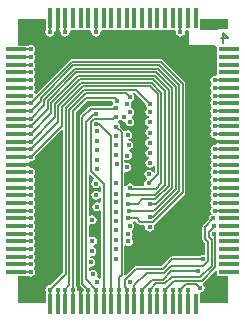
<source format=gbl>
G04*
G04 #@! TF.GenerationSoftware,Altium Limited,Altium Designer,21.7.2 (23)*
G04*
G04 Layer_Physical_Order=4*
G04 Layer_Color=16711680*
%FSAX44Y44*%
%MOMM*%
G71*
G04*
G04 #@! TF.SameCoordinates,8073F22B-F9D6-4515-8FA4-32CADCE011FE*
G04*
G04*
G04 #@! TF.FilePolarity,Positive*
G04*
G01*
G75*
%ADD12C,0.1500*%
%ADD19R,1.8000X0.3500*%
%ADD20R,0.3500X1.8000*%
%ADD21C,0.2000*%
%ADD22C,0.4500*%
G36*
X00920750Y00589997D02*
X00912252D01*
Y00589000D01*
X00898020Y00589000D01*
X00896750Y00590270D01*
Y00598500D01*
X00920750D01*
Y00589997D01*
D02*
G37*
G36*
X00777500Y00588500D02*
X00778374D01*
X00779180Y00587518D01*
X00779176Y00587500D01*
X00779467Y00586037D01*
X00780296Y00584796D01*
X00781537Y00583968D01*
X00783000Y00583677D01*
X00784463Y00583968D01*
X00785703Y00584796D01*
X00786532Y00586037D01*
X00786823Y00587500D01*
X00786777Y00587730D01*
X00787820Y00589000D01*
X00791480D01*
X00792750Y00589000D01*
Y00589000D01*
X00792750D01*
Y00589000D01*
X00797980D01*
X00799250Y00589000D01*
Y00589000D01*
X00799250D01*
Y00589000D01*
X00804180D01*
X00805222Y00587730D01*
X00805176Y00587500D01*
X00805467Y00586037D01*
X00806296Y00584796D01*
X00807537Y00583968D01*
X00809000Y00583677D01*
X00810463Y00583968D01*
X00811703Y00584796D01*
X00812532Y00586037D01*
X00812823Y00587500D01*
X00812777Y00587730D01*
X00813820Y00589000D01*
X00817480D01*
X00818750Y00589000D01*
Y00589000D01*
X00818750D01*
Y00589000D01*
X00823980D01*
X00825250Y00589000D01*
Y00589000D01*
X00825250D01*
Y00589000D01*
X00830480D01*
X00831750Y00589000D01*
Y00589000D01*
X00831750D01*
Y00589000D01*
X00836980D01*
X00838250Y00589000D01*
Y00589000D01*
X00838250D01*
Y00589000D01*
X00843480D01*
X00844750Y00589000D01*
Y00589000D01*
X00844750D01*
Y00589000D01*
X00849980D01*
X00851250Y00589000D01*
Y00589000D01*
X00851250D01*
Y00589000D01*
X00856480D01*
X00857750Y00589000D01*
Y00589000D01*
X00857750D01*
Y00589000D01*
X00862980D01*
X00864250Y00589000D01*
Y00589000D01*
X00864250D01*
Y00589000D01*
X00869480D01*
X00870750Y00589000D01*
Y00589000D01*
X00870750D01*
Y00589000D01*
X00875680D01*
X00876722Y00587730D01*
X00876676Y00587500D01*
X00876968Y00586037D01*
X00877796Y00584796D01*
X00879037Y00583968D01*
X00880500Y00583677D01*
X00881963Y00583968D01*
X00883204Y00584796D01*
X00884032Y00586037D01*
X00884323Y00587500D01*
X00884278Y00587730D01*
X00885320Y00589000D01*
X00886761D01*
X00888031Y00587730D01*
X00888031Y00576500D01*
X00910187Y00576500D01*
X00911250Y00575230D01*
Y00570770D01*
X00911250Y00569500D01*
X00911250D01*
Y00569500D01*
X00911250D01*
Y00564270D01*
X00911250Y00563000D01*
X00911250D01*
Y00563000D01*
X00911250D01*
Y00557770D01*
X00911250Y00556500D01*
X00911250D01*
Y00556500D01*
X00911250D01*
Y00551570D01*
X00909980Y00550528D01*
X00909750Y00550574D01*
X00908287Y00550283D01*
X00907046Y00549454D01*
X00906218Y00548214D01*
X00905927Y00546750D01*
X00906218Y00545287D01*
X00906846Y00544347D01*
X00906968Y00543500D01*
X00906846Y00542653D01*
X00906218Y00541713D01*
X00905927Y00540250D01*
X00906218Y00538787D01*
X00906846Y00537847D01*
X00906968Y00537000D01*
X00906846Y00536153D01*
X00906218Y00535213D01*
X00905927Y00533750D01*
X00906218Y00532287D01*
X00906846Y00531347D01*
X00906968Y00530500D01*
X00906846Y00529653D01*
X00906218Y00528713D01*
X00905927Y00527250D01*
X00906218Y00525787D01*
X00906846Y00524847D01*
X00906968Y00524000D01*
X00906846Y00523153D01*
X00906218Y00522213D01*
X00905927Y00520750D01*
X00906218Y00519287D01*
X00906846Y00518347D01*
X00906968Y00517500D01*
X00906846Y00516653D01*
X00906218Y00515713D01*
X00905927Y00514250D01*
X00906218Y00512787D01*
X00906846Y00511847D01*
X00906968Y00511000D01*
X00906846Y00510153D01*
X00906218Y00509213D01*
X00905927Y00507750D01*
X00906218Y00506287D01*
X00906846Y00505347D01*
X00906968Y00504500D01*
X00906846Y00503653D01*
X00906218Y00502713D01*
X00905927Y00501250D01*
X00906218Y00499787D01*
X00907046Y00498547D01*
X00908287Y00497718D01*
X00909750Y00497427D01*
X00909768Y00497430D01*
X00910750Y00496625D01*
Y00495750D01*
X00921750D01*
Y00493750D01*
X00910750D01*
Y00492876D01*
X00909768Y00492070D01*
X00909750Y00492074D01*
X00908287Y00491783D01*
X00907046Y00490954D01*
X00906218Y00489713D01*
X00905927Y00488250D01*
X00906218Y00486787D01*
X00906846Y00485847D01*
X00906968Y00485000D01*
X00906846Y00484153D01*
X00906218Y00483213D01*
X00905927Y00481750D01*
X00906218Y00480287D01*
X00906846Y00479347D01*
X00906968Y00478500D01*
X00906846Y00477653D01*
X00906218Y00476713D01*
X00905927Y00475250D01*
X00906218Y00473787D01*
X00906846Y00472847D01*
X00906968Y00472000D01*
X00906846Y00471153D01*
X00906218Y00470213D01*
X00905927Y00468750D01*
X00906218Y00467287D01*
X00906846Y00466347D01*
X00906968Y00465500D01*
X00906846Y00464653D01*
X00906218Y00463713D01*
X00905927Y00462250D01*
X00906218Y00460787D01*
X00906846Y00459847D01*
X00906968Y00459000D01*
X00906846Y00458153D01*
X00906218Y00457213D01*
X00905927Y00455750D01*
X00906218Y00454287D01*
X00906846Y00453347D01*
X00906968Y00452500D01*
X00906846Y00451653D01*
X00906218Y00450713D01*
X00905927Y00449250D01*
X00906218Y00447787D01*
X00906846Y00446847D01*
X00906968Y00446000D01*
X00906846Y00445153D01*
X00906218Y00444213D01*
X00905927Y00442750D01*
X00906218Y00441287D01*
X00906846Y00440347D01*
X00906968Y00439500D01*
X00906846Y00438653D01*
X00906218Y00437713D01*
X00905927Y00436250D01*
X00906218Y00434787D01*
X00906514Y00434344D01*
X00906952Y00433455D01*
X00906190Y00432716D01*
X00905796Y00432454D01*
X00904968Y00431213D01*
X00904677Y00429750D01*
X00904773Y00429267D01*
X00899862Y00424356D01*
X00899364Y00423612D01*
X00899190Y00422734D01*
Y00412266D01*
X00899364Y00411388D01*
X00899862Y00410644D01*
X00901678Y00408828D01*
Y00399797D01*
X00900408Y00398879D01*
X00899702Y00399020D01*
X00898239Y00398729D01*
X00896998Y00397900D01*
X00896724Y00397490D01*
X00873664D01*
X00872786Y00397316D01*
X00872042Y00396818D01*
X00864518Y00389294D01*
X00842750D01*
X00841872Y00389119D01*
X00841128Y00388622D01*
X00834304Y00381798D01*
X00833890Y00381872D01*
X00833064Y00382354D01*
Y00406531D01*
X00834334Y00407187D01*
X00835037Y00406718D01*
X00836500Y00406427D01*
X00837963Y00406718D01*
X00839204Y00407546D01*
X00840032Y00408787D01*
X00840323Y00410250D01*
X00840032Y00411713D01*
X00839558Y00412423D01*
X00839222Y00413048D01*
X00839463Y00414308D01*
X00839782Y00414787D01*
X00840073Y00416250D01*
X00839782Y00417713D01*
X00839150Y00418660D01*
X00839190Y00419499D01*
X00839467Y00420138D01*
X00840454Y00420797D01*
X00841282Y00422037D01*
X00841573Y00423500D01*
X00841282Y00424963D01*
X00840454Y00426204D01*
X00840869Y00427453D01*
X00842414D01*
X00844762Y00425106D01*
X00845506Y00424608D01*
X00846384Y00424434D01*
X00850041D01*
X00850860Y00423164D01*
X00850678Y00422247D01*
X00850969Y00420784D01*
X00851797Y00419544D01*
X00853038Y00418715D01*
X00854501Y00418424D01*
X00855964Y00418715D01*
X00857205Y00419544D01*
X00858034Y00420784D01*
X00858325Y00422247D01*
X00858034Y00423710D01*
X00858683Y00425024D01*
X00858805Y00425106D01*
X00884122Y00450422D01*
X00884619Y00451166D01*
X00884794Y00452044D01*
Y00543691D01*
X00884794Y00543691D01*
X00884619Y00544569D01*
X00884122Y00545313D01*
X00884122Y00545313D01*
X00865313Y00564122D01*
X00864569Y00564619D01*
X00863691Y00564794D01*
X00789037D01*
X00788159Y00564619D01*
X00787415Y00564122D01*
X00787239Y00563946D01*
X00787128Y00563872D01*
X00758477Y00535221D01*
X00757038Y00535578D01*
X00756654Y00536153D01*
X00756532Y00537000D01*
X00756654Y00537847D01*
X00757282Y00538787D01*
X00757573Y00540250D01*
X00757282Y00541713D01*
X00756654Y00542653D01*
X00756532Y00543500D01*
X00756654Y00544347D01*
X00757282Y00545287D01*
X00757573Y00546750D01*
X00757282Y00548213D01*
X00756654Y00549153D01*
X00756532Y00550000D01*
X00756654Y00550847D01*
X00757282Y00551787D01*
X00757573Y00553250D01*
X00757282Y00554713D01*
X00756654Y00555653D01*
X00756532Y00556500D01*
X00756654Y00557347D01*
X00757282Y00558287D01*
X00757573Y00559750D01*
X00757282Y00561213D01*
X00756654Y00562153D01*
X00756532Y00563000D01*
X00756654Y00563847D01*
X00757282Y00564787D01*
X00757573Y00566250D01*
X00757282Y00567713D01*
X00756654Y00568653D01*
X00756532Y00569500D01*
X00756654Y00570347D01*
X00757282Y00571287D01*
X00757573Y00572750D01*
X00757282Y00574213D01*
X00756454Y00575454D01*
X00755213Y00576282D01*
X00753750Y00576573D01*
X00752287Y00576282D01*
X00751864Y00576000D01*
X00742750D01*
Y00598500D01*
X00766750D01*
Y00589386D01*
X00766467Y00588963D01*
X00766176Y00587500D01*
X00766467Y00586037D01*
X00767296Y00584796D01*
X00768537Y00583968D01*
X00770000Y00583677D01*
X00771463Y00583968D01*
X00772703Y00584796D01*
X00773532Y00586037D01*
X00773823Y00587500D01*
X00773820Y00587518D01*
X00774625Y00588500D01*
X00775500D01*
Y00599500D01*
X00777500D01*
Y00588500D01*
D02*
G37*
G36*
X00850919Y00527129D02*
X00850823Y00526646D01*
X00851114Y00525183D01*
X00851943Y00523942D01*
X00852066Y00523860D01*
Y00522590D01*
X00851943Y00522507D01*
X00851114Y00521267D01*
X00850823Y00519804D01*
X00851114Y00518341D01*
X00851943Y00517100D01*
X00853183Y00516271D01*
X00853944Y00516120D01*
Y00514825D01*
X00853021Y00514641D01*
X00851781Y00513813D01*
X00850952Y00512572D01*
X00850661Y00511109D01*
X00850952Y00509646D01*
X00851781Y00508405D01*
X00853021Y00507577D01*
X00854136Y00507355D01*
Y00506060D01*
X00853190Y00505872D01*
X00851950Y00505043D01*
X00851121Y00503803D01*
X00850830Y00502340D01*
X00851121Y00500877D01*
X00851950Y00499636D01*
X00853190Y00498807D01*
X00853690Y00498708D01*
Y00497413D01*
X00853038Y00497283D01*
X00851797Y00496454D01*
X00850969Y00495214D01*
X00850678Y00493751D01*
X00850969Y00492288D01*
X00851797Y00491047D01*
X00853038Y00490218D01*
X00853544Y00490118D01*
Y00488823D01*
X00853087Y00488732D01*
X00851847Y00487903D01*
X00851018Y00486663D01*
X00850727Y00485200D01*
X00851018Y00483736D01*
X00851847Y00482496D01*
X00853087Y00481667D01*
X00853738Y00481538D01*
Y00480243D01*
X00853250Y00480146D01*
X00852010Y00479317D01*
X00851181Y00478077D01*
X00850890Y00476614D01*
X00851181Y00475150D01*
X00852010Y00473910D01*
X00853250Y00473081D01*
X00854713Y00472790D01*
X00856176Y00473081D01*
X00857417Y00473910D01*
X00857936Y00474687D01*
X00859206Y00474302D01*
Y00468994D01*
X00858657Y00468563D01*
X00857338Y00468947D01*
X00857223Y00469053D01*
X00856454Y00470204D01*
X00855213Y00471032D01*
X00853750Y00471323D01*
X00852287Y00471032D01*
X00851046Y00470204D01*
X00850218Y00468963D01*
X00849927Y00467500D01*
X00850218Y00466037D01*
X00851046Y00464796D01*
X00851931Y00464206D01*
X00851986Y00464024D01*
Y00462976D01*
X00851931Y00462794D01*
X00851046Y00462203D01*
X00850218Y00460963D01*
X00849927Y00459500D01*
X00850127Y00458490D01*
X00849352Y00457220D01*
X00841111D01*
X00840454Y00458204D01*
X00839213Y00459032D01*
X00837750Y00459323D01*
X00836287Y00459032D01*
X00835046Y00458204D01*
X00834334Y00457137D01*
X00833630Y00457159D01*
X00833064Y00457348D01*
Y00468540D01*
X00834334Y00469359D01*
X00835250Y00469177D01*
X00836713Y00469468D01*
X00837954Y00470296D01*
X00838782Y00471537D01*
X00839073Y00473000D01*
X00838782Y00474463D01*
X00837954Y00475704D01*
X00836713Y00476532D01*
X00835250Y00476823D01*
X00834334Y00476641D01*
X00833064Y00477461D01*
Y00478843D01*
X00834039Y00479364D01*
X00834334Y00479386D01*
X00835700Y00479115D01*
X00837163Y00479406D01*
X00838404Y00480235D01*
X00839232Y00481475D01*
X00839523Y00482938D01*
X00839232Y00484401D01*
X00838404Y00485642D01*
X00837163Y00486471D01*
X00836879Y00486527D01*
Y00487822D01*
X00838087Y00488062D01*
X00839328Y00488891D01*
X00840156Y00490132D01*
X00840447Y00491595D01*
X00840156Y00493058D01*
X00839328Y00494298D01*
X00838087Y00495127D01*
X00836624Y00495418D01*
X00836502Y00496639D01*
X00837526Y00496842D01*
X00838766Y00497671D01*
X00839595Y00498912D01*
X00839886Y00500375D01*
X00839595Y00501838D01*
X00838766Y00503078D01*
X00837526Y00503907D01*
X00836063Y00504198D01*
X00834600Y00503907D01*
X00834136Y00503598D01*
X00833956Y00503563D01*
X00832512Y00503923D01*
X00832512Y00503923D01*
X00832392Y00504102D01*
X00829477Y00507017D01*
X00829573Y00507500D01*
X00829282Y00508963D01*
X00828454Y00510203D01*
X00827569Y00510794D01*
X00827514Y00510975D01*
Y00512024D01*
X00827569Y00512206D01*
X00828454Y00512796D01*
X00828612Y00513033D01*
X00830139D01*
X00830296Y00512798D01*
X00831537Y00511969D01*
X00833000Y00511678D01*
X00833004Y00511679D01*
X00833927Y00511500D01*
X00834218Y00510037D01*
X00835046Y00508796D01*
X00836287Y00507967D01*
X00837750Y00507676D01*
X00839213Y00507967D01*
X00840454Y00508796D01*
X00841282Y00510037D01*
X00841573Y00511500D01*
X00841282Y00512963D01*
X00840454Y00514203D01*
X00839569Y00514794D01*
X00839514Y00514975D01*
Y00516024D01*
X00839569Y00516205D01*
X00840454Y00516796D01*
X00841282Y00518037D01*
X00841573Y00519500D01*
X00841282Y00520963D01*
X00840454Y00522203D01*
X00839213Y00523032D01*
X00838926Y00523089D01*
X00838341Y00524501D01*
X00838532Y00524787D01*
X00838823Y00526250D01*
X00838532Y00527713D01*
X00839256Y00528916D01*
X00840204Y00529549D01*
X00841033Y00530789D01*
X00841324Y00532253D01*
X00841033Y00533716D01*
X00840204Y00534956D01*
X00840619Y00536206D01*
X00841842D01*
X00850919Y00527129D01*
D02*
G37*
G36*
X00781206Y00504302D02*
Y00383950D01*
X00770483Y00373227D01*
X00770000Y00373323D01*
X00768537Y00373032D01*
X00767296Y00372203D01*
X00766468Y00370963D01*
X00766177Y00369500D01*
X00766468Y00368037D01*
X00766750Y00367614D01*
Y00358500D01*
X00742750D01*
Y00381000D01*
X00751864D01*
X00752287Y00380717D01*
X00753750Y00380426D01*
X00755213Y00380717D01*
X00756454Y00381546D01*
X00757282Y00382786D01*
X00757573Y00384250D01*
X00757282Y00385713D01*
X00756654Y00386653D01*
X00756532Y00387500D01*
X00756654Y00388346D01*
X00757282Y00389286D01*
X00757573Y00390750D01*
X00757282Y00392213D01*
X00756654Y00393153D01*
X00756532Y00394000D01*
X00756654Y00394846D01*
X00757282Y00395787D01*
X00757573Y00397250D01*
X00757282Y00398713D01*
X00756654Y00399653D01*
X00756532Y00400500D01*
X00756654Y00401347D01*
X00757282Y00402286D01*
X00757573Y00403750D01*
X00757282Y00405213D01*
X00756654Y00406153D01*
X00756532Y00407000D01*
X00756654Y00407846D01*
X00757282Y00408787D01*
X00757573Y00410250D01*
X00757282Y00411713D01*
X00756654Y00412653D01*
X00756532Y00413500D01*
X00756654Y00414347D01*
X00757282Y00415286D01*
X00757573Y00416750D01*
X00757282Y00418213D01*
X00756654Y00419153D01*
X00756532Y00420000D01*
X00756654Y00420847D01*
X00757282Y00421786D01*
X00757573Y00423250D01*
X00757282Y00424713D01*
X00756654Y00425653D01*
X00756532Y00426500D01*
X00756654Y00427347D01*
X00757282Y00428287D01*
X00757573Y00429750D01*
X00757282Y00431213D01*
X00756654Y00432153D01*
X00756532Y00433000D01*
X00756654Y00433847D01*
X00757282Y00434787D01*
X00757573Y00436250D01*
X00757282Y00437713D01*
X00756654Y00438653D01*
X00756532Y00439500D01*
X00756654Y00440347D01*
X00757282Y00441287D01*
X00757573Y00442750D01*
X00757282Y00444213D01*
X00756654Y00445153D01*
X00756532Y00446000D01*
X00756654Y00446847D01*
X00757282Y00447787D01*
X00757573Y00449250D01*
X00757282Y00450713D01*
X00756654Y00451653D01*
X00756532Y00452500D01*
X00756654Y00453347D01*
X00757282Y00454287D01*
X00757573Y00455750D01*
X00757282Y00457213D01*
X00756654Y00458153D01*
X00756532Y00459000D01*
X00756654Y00459847D01*
X00757282Y00460787D01*
X00757573Y00462250D01*
X00757282Y00463713D01*
X00756654Y00464653D01*
X00756532Y00465500D01*
X00756654Y00466347D01*
X00757282Y00467287D01*
X00757573Y00468750D01*
X00757282Y00470213D01*
X00756454Y00471453D01*
X00755213Y00472282D01*
X00753750Y00472573D01*
X00753732Y00472570D01*
X00752750Y00473375D01*
Y00474250D01*
X00741750D01*
Y00476250D01*
X00752750D01*
Y00477124D01*
X00753732Y00477930D01*
X00753750Y00477926D01*
X00755213Y00478217D01*
X00756454Y00479046D01*
X00757282Y00480287D01*
X00757573Y00481750D01*
X00757477Y00482233D01*
X00780033Y00504788D01*
X00781206Y00504302D01*
D02*
G37*
G36*
X00807143Y00463900D02*
X00806894Y00462352D01*
X00806295Y00461953D01*
X00805467Y00460712D01*
X00805175Y00459249D01*
X00805467Y00457786D01*
X00806295Y00456545D01*
X00807536Y00455717D01*
X00808999Y00455426D01*
X00810462Y00455717D01*
X00811702Y00456545D01*
X00811936Y00456895D01*
X00813206Y00456510D01*
Y00452241D01*
X00811936Y00451856D01*
X00811704Y00452204D01*
X00810463Y00453032D01*
X00809000Y00453323D01*
X00807537Y00453032D01*
X00806296Y00452204D01*
X00805468Y00450963D01*
X00805177Y00449500D01*
X00805468Y00448037D01*
X00806296Y00446796D01*
X00807537Y00445968D01*
X00809000Y00445677D01*
X00810463Y00445968D01*
X00811704Y00446796D01*
X00811936Y00447144D01*
X00813206Y00446759D01*
Y00443189D01*
X00811936Y00442549D01*
X00811213Y00443032D01*
X00809750Y00443323D01*
X00808287Y00443032D01*
X00807046Y00442204D01*
X00806218Y00440963D01*
X00805927Y00439500D01*
X00806218Y00438037D01*
X00807046Y00436796D01*
X00808287Y00435968D01*
X00809750Y00435677D01*
X00811213Y00435968D01*
X00811936Y00436451D01*
X00813206Y00435811D01*
Y00379189D01*
X00811936Y00378549D01*
X00811213Y00379033D01*
X00810705Y00379134D01*
X00810121Y00380545D01*
X00810282Y00380787D01*
X00810573Y00382250D01*
X00810282Y00383713D01*
X00809454Y00384954D01*
X00808213Y00385782D01*
X00806750Y00386073D01*
X00805287Y00385782D01*
X00804046Y00384954D01*
X00804044Y00384950D01*
X00802774Y00385335D01*
Y00387931D01*
X00804044Y00388849D01*
X00804750Y00388709D01*
X00806213Y00389000D01*
X00807454Y00389829D01*
X00808282Y00391069D01*
X00808573Y00392532D01*
X00808282Y00393995D01*
X00807454Y00395236D01*
X00806213Y00396065D01*
X00804750Y00396356D01*
X00803784Y00397224D01*
X00804921Y00398048D01*
X00805532Y00397926D01*
X00806995Y00398218D01*
X00808236Y00399046D01*
X00809065Y00400287D01*
X00809356Y00401750D01*
X00809065Y00403213D01*
X00808236Y00404454D01*
X00806995Y00405282D01*
X00806256Y00405429D01*
Y00406724D01*
X00807462Y00406964D01*
X00808702Y00407793D01*
X00809531Y00409034D01*
X00809822Y00410497D01*
X00809531Y00411960D01*
X00808702Y00413200D01*
X00807462Y00414029D01*
X00805999Y00414320D01*
X00804536Y00414029D01*
X00804044Y00413701D01*
X00802774Y00414380D01*
Y00424448D01*
X00804044Y00425126D01*
X00804286Y00424965D01*
X00805749Y00424674D01*
X00807212Y00424965D01*
X00808452Y00425794D01*
X00809281Y00427034D01*
X00809572Y00428498D01*
X00809281Y00429961D01*
X00808452Y00431201D01*
X00807212Y00432030D01*
X00805749Y00432321D01*
X00804286Y00432030D01*
X00804044Y00431869D01*
X00802774Y00432547D01*
Y00466472D01*
X00804044Y00466998D01*
X00807143Y00463900D01*
D02*
G37*
G36*
X00911250Y00384846D02*
Y00381000D01*
X00920750D01*
Y00358500D01*
X00896750D01*
Y00366516D01*
X00897250Y00366926D01*
X00898713Y00367218D01*
X00899954Y00368046D01*
X00900782Y00369287D01*
X00901073Y00370750D01*
X00900782Y00372213D01*
X00899954Y00373454D01*
X00899654Y00373654D01*
X00899586Y00373954D01*
X00899741Y00375123D01*
X00900122Y00375378D01*
X00910077Y00385332D01*
X00911250Y00384846D01*
D02*
G37*
G36*
X00823646Y00527754D02*
X00823302Y00526374D01*
X00823046Y00526203D01*
X00822218Y00524963D01*
X00822193Y00524839D01*
X00804545D01*
X00803667Y00524664D01*
X00802923Y00524167D01*
X00795858Y00517102D01*
X00795361Y00516358D01*
X00795186Y00515480D01*
Y00374520D01*
X00795361Y00373642D01*
X00795858Y00372898D01*
X00798773Y00369983D01*
X00798677Y00369500D01*
X00798680Y00369482D01*
X00797875Y00368500D01*
X00797000D01*
Y00357500D01*
X00795000D01*
Y00368500D01*
X00794126D01*
X00793320Y00369482D01*
X00793324Y00369500D01*
X00793032Y00370963D01*
X00792204Y00372203D01*
X00791794Y00372477D01*
Y00519314D01*
X00801456Y00528976D01*
X00822951D01*
X00823646Y00527754D01*
D02*
G37*
D12*
X00894000Y00374000D02*
X00897250Y00370750D01*
X00885000Y00374000D02*
X00894000D01*
X00867642Y00374750D02*
X00873085Y00380193D01*
X00867500Y00369500D02*
X00875000Y00377000D01*
X00873085Y00380193D02*
X00897450D01*
X00898500Y00377000D02*
X00909972Y00388472D01*
X00897450Y00380193D02*
X00906972Y00389714D01*
X00875000Y00377000D02*
X00898500D01*
X00909972Y00388472D02*
Y00415368D01*
X00906972Y00389714D02*
Y00411778D01*
X00865533Y00377750D02*
X00872763Y00384980D01*
X00895750D01*
X00866606Y00383500D02*
X00872356Y00389250D01*
X00899794D01*
X00903972Y00393428D01*
X00835782Y00449626D02*
X00858868D01*
X00844533Y00442283D02*
X00848020Y00445770D01*
X00859255D01*
X00870500Y00457015D01*
X00858868Y00449626D02*
X00867500Y00458257D01*
X00836094Y00442283D02*
X00844533D01*
X00854646Y00526646D02*
Y00526646D01*
X00798993Y00538500D02*
X00842792D01*
X00854646Y00526646D01*
X00843364Y00429748D02*
X00846384Y00426728D01*
X00854474D01*
X00836000Y00429748D02*
X00843364D01*
X00836000Y00429748D02*
X00836000Y00429748D01*
X00859750Y00374750D02*
X00867642D01*
X00856250Y00377750D02*
X00865533D01*
X00852093Y00383500D02*
X00866606D01*
X00842750Y00387000D02*
X00865468D01*
X00873664Y00395196D02*
X00899702D01*
X00865468Y00387000D02*
X00873664Y00395196D01*
X00880500Y00369500D02*
X00885000Y00374000D01*
X00903972Y00393428D02*
Y00409778D01*
X00901484Y00412266D02*
X00903972Y00409778D01*
X00901484Y00412266D02*
Y00422734D01*
X00904484Y00414266D02*
X00906972Y00411778D01*
X00909000Y00416340D02*
X00909972Y00415368D01*
X00861500Y00467250D02*
Y00534993D01*
X00853750Y00459500D02*
X00861500Y00467250D01*
X00837750Y00455500D02*
X00838324Y00454926D01*
X00859926D02*
X00864500Y00459500D01*
X00838324Y00454926D02*
X00859926D01*
X00837500Y00532253D02*
Y00532253D01*
X00834253Y00535500D02*
X00837500Y00532253D01*
X00800235Y00535500D02*
X00834253D01*
X00859200Y00437230D02*
X00859201D01*
X00836750Y00435748D02*
X00857718D01*
X00859200Y00437230D01*
X00859201D02*
X00876500Y00454529D01*
X00857211Y00430998D02*
X00860443Y00434230D01*
X00854501Y00430998D02*
X00857211D01*
X00860443Y00434230D02*
X00860443D01*
X00879500Y00453287D01*
X00863958Y00446230D02*
X00863958D01*
X00859802Y00442074D02*
X00863958Y00446230D01*
X00855324Y00442074D02*
X00859802D01*
X00854474Y00426728D02*
X00857183D01*
X00873500Y00455772D02*
Y00539963D01*
X00879500Y00453287D02*
Y00542448D01*
X00870500Y00457015D02*
Y00538720D01*
X00876500Y00454529D02*
Y00541206D01*
X00867500Y00458257D02*
Y00537478D01*
X00854750Y00441500D02*
X00855324Y00442074D01*
X00863958Y00446230D02*
X00873500Y00455772D01*
X00854474Y00426728D02*
X00854474Y00426728D01*
X00857183D02*
X00882500Y00452044D01*
Y00543691D01*
X00864500Y00459500D02*
Y00536235D01*
X00830770Y00382020D02*
Y00502480D01*
X00800480Y00378020D02*
Y00511264D01*
X00797480Y00374520D02*
Y00515480D01*
X00804729Y00469558D02*
Y00511270D01*
X00825750Y00507500D02*
X00830770Y00502480D01*
X00828500Y00379750D02*
X00830770Y00382020D01*
X00821426Y00370074D02*
Y00499824D01*
X00813750Y00507500D02*
X00821426Y00499824D01*
X00811748Y00509501D02*
X00813750Y00507500D01*
X00821426Y00370074D02*
X00822000Y00369500D01*
X00808999Y00509501D02*
X00811748D01*
X00797750Y00541500D02*
X00854993D01*
X00796507Y00544500D02*
X00856235D01*
X00795250Y00547500D02*
X00857478D01*
X00794007Y00550500D02*
X00858720D01*
X00792765Y00553500D02*
X00859963D01*
X00791522Y00556500D02*
X00861206D01*
X00790280Y00559500D02*
X00862448D01*
X00789037Y00562500D02*
X00863691D01*
X00828500Y00369500D02*
Y00379750D01*
X00825100Y00515500D02*
X00825750D01*
X00863691Y00562500D02*
X00882500Y00543691D01*
X00862448Y00559500D02*
X00879500Y00542448D01*
X00861206Y00556500D02*
X00876500Y00541206D01*
X00859963Y00553500D02*
X00873500Y00539963D01*
X00858720Y00550500D02*
X00870500Y00538720D01*
X00857478Y00547500D02*
X00867500Y00537478D01*
X00856235Y00544500D02*
X00864500Y00536235D01*
X00854993Y00541500D02*
X00861500Y00534993D01*
X00904484Y00414266D02*
Y00417862D01*
X00833480Y00377730D02*
X00842750Y00387000D01*
X00833480Y00371832D02*
Y00377730D01*
X00841500Y00372907D02*
X00852093Y00383500D01*
X00841500Y00369500D02*
Y00372907D01*
X00848000Y00369500D02*
X00856250Y00377750D01*
X00854500Y00369500D02*
X00859750Y00374750D01*
X00904484Y00417862D02*
X00908754Y00422132D01*
X00901484Y00422734D02*
X00908500Y00429750D01*
X00825482Y00531270D02*
X00827250Y00529502D01*
X00800505Y00531270D02*
X00825482D01*
X00789500Y00520265D02*
X00800505Y00531270D01*
X00797480Y00515480D02*
X00804545Y00522545D01*
X00823166D02*
X00823547Y00522926D01*
X00804545Y00522545D02*
X00823166D01*
X00825176Y00522926D02*
X00825750Y00523500D01*
X00823547Y00522926D02*
X00825176D01*
X00807468Y00518252D02*
X00808999D01*
X00800480Y00511264D02*
X00807468Y00518252D01*
X00807230Y00513772D02*
X00823371D01*
X00804729Y00511270D02*
X00807230Y00513772D01*
X00823371D02*
X00825100Y00515500D01*
X00804729Y00469558D02*
X00815500Y00458787D01*
X00783500Y00523007D02*
X00798993Y00538500D01*
X00797500Y00541250D02*
X00797750Y00541500D01*
X00797485Y00541250D02*
X00797500D01*
X00780250Y00524015D02*
X00797485Y00541250D01*
X00796257Y00544250D02*
X00796507Y00544500D01*
X00796243Y00544250D02*
X00796257D01*
X00777250Y00525257D02*
X00796243Y00544250D01*
X00774250Y00526500D02*
X00795250Y00547500D01*
X00793750Y00550243D02*
X00794007Y00550500D01*
X00793713Y00550243D02*
X00793750D01*
X00771250Y00527779D02*
X00793713Y00550243D01*
X00792508Y00553243D02*
X00792765Y00553500D01*
X00792471Y00553243D02*
X00792508D01*
X00768250Y00529022D02*
X00792471Y00553243D01*
X00791265Y00556243D02*
X00791522Y00556500D01*
X00791228Y00556243D02*
X00791265D01*
X00765250Y00530265D02*
X00791228Y00556243D01*
X00790030Y00559250D02*
X00790280Y00559500D01*
X00789993Y00559250D02*
X00790030D01*
X00762250Y00531507D02*
X00789993Y00559250D01*
X00788787Y00562250D02*
X00789037Y00562500D01*
X00788750Y00562250D02*
X00788787D01*
X00753750Y00527250D02*
X00788750Y00562250D01*
X00753750Y00507750D02*
X00768250Y00522250D01*
X00753750Y00514250D02*
X00765250Y00525750D01*
X00753750Y00520750D02*
X00762250Y00529250D01*
X00753750Y00501250D02*
X00771250Y00518750D01*
X00753750Y00494750D02*
X00774250Y00515250D01*
X00771250Y00518750D02*
Y00527779D01*
X00786500Y00521765D02*
X00800235Y00535500D01*
X00768250Y00522250D02*
Y00529022D01*
X00765250Y00525750D02*
Y00530265D01*
X00762250Y00529250D02*
Y00531507D01*
X00815500Y00369500D02*
Y00458787D01*
X00797480Y00374520D02*
X00802500Y00369500D01*
X00800480Y00378020D02*
X00809000Y00369500D01*
X00833480Y00371832D02*
X00835000Y00370312D01*
X00908754Y00422132D02*
Y00422997D01*
X00786500Y00373000D02*
Y00521765D01*
X00783500Y00383000D02*
Y00523007D01*
X00789500Y00369500D02*
Y00520265D01*
X00780250Y00508250D02*
Y00524015D01*
X00753750Y00481750D02*
X00780250Y00508250D01*
X00774250Y00515250D02*
Y00526500D01*
X00777250Y00511750D02*
Y00525257D01*
X00753750Y00488250D02*
X00777250Y00511750D01*
X00770000Y00369500D02*
X00783500Y00383000D01*
X00783000Y00369500D02*
X00786500Y00373000D01*
X00796000Y00369500D02*
X00796000Y00369500D01*
X00835000D02*
Y00370312D01*
X00916751Y00578000D02*
Y00586997D01*
X00921250Y00582499D01*
X00915252D01*
D19*
X00741750Y00540250D02*
D03*
Y00520750D02*
D03*
Y00527250D02*
D03*
Y00507750D02*
D03*
Y00514250D02*
D03*
Y00494750D02*
D03*
Y00501250D02*
D03*
Y00481750D02*
D03*
Y00488250D02*
D03*
Y00397250D02*
D03*
Y00390750D02*
D03*
Y00410250D02*
D03*
Y00403750D02*
D03*
Y00423250D02*
D03*
Y00416750D02*
D03*
Y00436250D02*
D03*
Y00429750D02*
D03*
Y00449250D02*
D03*
Y00442750D02*
D03*
Y00462250D02*
D03*
Y00455750D02*
D03*
Y00468750D02*
D03*
Y00475250D02*
D03*
Y00384250D02*
D03*
Y00566250D02*
D03*
Y00572750D02*
D03*
Y00559750D02*
D03*
Y00546750D02*
D03*
Y00553250D02*
D03*
Y00533750D02*
D03*
X00921750Y00572750D02*
D03*
Y00481750D02*
D03*
Y00488250D02*
D03*
Y00501250D02*
D03*
Y00494750D02*
D03*
Y00514250D02*
D03*
Y00507750D02*
D03*
Y00527250D02*
D03*
Y00520750D02*
D03*
Y00540250D02*
D03*
Y00533750D02*
D03*
Y00553250D02*
D03*
Y00546750D02*
D03*
Y00566250D02*
D03*
Y00559750D02*
D03*
Y00468750D02*
D03*
Y00475250D02*
D03*
Y00455750D02*
D03*
Y00462250D02*
D03*
Y00442750D02*
D03*
Y00449250D02*
D03*
Y00429750D02*
D03*
Y00436250D02*
D03*
Y00416750D02*
D03*
Y00423250D02*
D03*
Y00403750D02*
D03*
Y00410250D02*
D03*
Y00397250D02*
D03*
Y00384250D02*
D03*
Y00390750D02*
D03*
D20*
X00867500Y00357500D02*
D03*
X00874000D02*
D03*
X00887000D02*
D03*
X00880500D02*
D03*
X00893500D02*
D03*
X00854500D02*
D03*
X00861000D02*
D03*
X00841500D02*
D03*
X00848000D02*
D03*
X00828500D02*
D03*
X00835000D02*
D03*
X00815500D02*
D03*
X00822000D02*
D03*
X00802500D02*
D03*
X00809000D02*
D03*
X00789500D02*
D03*
X00796000D02*
D03*
X00783000D02*
D03*
X00770000D02*
D03*
X00776500D02*
D03*
X00887000Y00599500D02*
D03*
X00893500D02*
D03*
X00880500D02*
D03*
X00867500D02*
D03*
X00874000D02*
D03*
X00854500D02*
D03*
X00861000D02*
D03*
X00841500D02*
D03*
X00848000D02*
D03*
X00828500D02*
D03*
X00835000D02*
D03*
X00815500D02*
D03*
X00822000D02*
D03*
X00802500D02*
D03*
X00809000D02*
D03*
X00770000D02*
D03*
X00783000D02*
D03*
X00776500D02*
D03*
X00789500D02*
D03*
X00796000D02*
D03*
D21*
X00909750Y00546750D02*
X00921750D01*
X00809000Y00587500D02*
Y00599500D01*
X00741750Y00546750D02*
X00753750D01*
X00741750Y00527250D02*
X00753750D01*
X00741750Y00507750D02*
X00753750D01*
X00741750Y00533750D02*
X00753750D01*
X00741750Y00540250D02*
X00753750D01*
X00741750Y00514250D02*
X00753750D01*
X00741750Y00520750D02*
X00753750D01*
X00741750Y00501250D02*
X00753750D01*
X00741750Y00494750D02*
X00753750D01*
X00861000Y00357500D02*
Y00369500D01*
X00874000Y00357500D02*
Y00369500D01*
X00880500Y00587500D02*
Y00599500D01*
X00789500Y00357500D02*
Y00369500D01*
X00741750Y00488250D02*
X00753750D01*
X00741750Y00481750D02*
X00753750D01*
X00854500Y00357500D02*
Y00369500D01*
X00867500Y00357500D02*
Y00369500D01*
X00835000Y00357500D02*
Y00369500D01*
X00880500Y00357500D02*
Y00369500D01*
X00741750Y00468750D02*
X00753750D01*
X00741750Y00462250D02*
X00753750D01*
X00741750Y00455750D02*
X00753750D01*
X00741750Y00449250D02*
X00753750D01*
X00741750Y00442750D02*
X00753750D01*
X00741750Y00436250D02*
X00753750D01*
X00741750Y00429750D02*
X00753750D01*
X00741750Y00423250D02*
X00753750D01*
X00741750Y00416750D02*
X00753750D01*
X00741750Y00410250D02*
X00753750D01*
X00909750Y00533750D02*
X00921750D01*
X00909750Y00501250D02*
X00921750D01*
X00909750Y00442750D02*
X00921750D01*
X00909750Y00481750D02*
X00921750D01*
X00909750Y00462250D02*
X00921750D01*
X00909750Y00514250D02*
X00921750D01*
X00909750Y00468750D02*
X00921750D01*
X00909750Y00455750D02*
X00921750D01*
X00909750Y00449250D02*
X00921750D01*
X00909750Y00488250D02*
X00921750D01*
X00909750Y00475250D02*
X00921750D01*
X00909750Y00507750D02*
X00921750D01*
X00909750Y00520750D02*
X00921750D01*
X00909750Y00527250D02*
X00921750D01*
X00909750Y00540250D02*
X00921989D01*
X00783000Y00587500D02*
Y00599500D01*
X00776500Y00587500D02*
Y00599500D01*
X00770000Y00587500D02*
Y00599500D01*
X00909750Y00494750D02*
X00921750D01*
X00909750Y00436250D02*
X00921750D01*
X00887000Y00357500D02*
Y00369500D01*
X00848000Y00357500D02*
Y00369500D01*
X00822000Y00357500D02*
Y00369500D01*
X00828500Y00357500D02*
Y00369500D01*
X00841500Y00357500D02*
Y00369500D01*
X00796000Y00357500D02*
Y00369500D01*
X00802500Y00357500D02*
Y00369500D01*
X00809000Y00357500D02*
Y00369500D01*
X00815500Y00357500D02*
Y00369500D01*
X00770000Y00357500D02*
Y00369500D01*
X00776500Y00357500D02*
Y00369500D01*
X00783000Y00357500D02*
Y00369500D01*
X00741750Y00390750D02*
X00753750D01*
X00741750Y00384250D02*
X00753750D01*
X00741750Y00403750D02*
X00753750D01*
X00741750Y00397250D02*
X00753750D01*
X00741750Y00475250D02*
X00753750D01*
X00741750Y00553250D02*
X00753750D01*
X00741750Y00559750D02*
X00753750D01*
X00741750Y00566250D02*
X00753750D01*
X00741750Y00572750D02*
X00753750D01*
D22*
X00897250Y00370750D02*
D03*
X00918000Y00377250D02*
D03*
X00895750Y00384980D02*
D03*
X00901250Y00361750D02*
D03*
X00835782Y00449626D02*
D03*
X00854646Y00526646D02*
D03*
X00899702Y00395196D02*
D03*
X00837500Y00532253D02*
D03*
X00835000Y00526250D02*
D03*
X00836990Y00464382D02*
D03*
X00837750Y00455500D02*
D03*
X00853750Y00467500D02*
D03*
X00854713Y00476614D02*
D03*
X00854550Y00485200D02*
D03*
X00854501Y00493751D02*
D03*
X00837750Y00511500D02*
D03*
X00836063Y00500375D02*
D03*
X00836624Y00491595D02*
D03*
X00825750Y00491500D02*
D03*
Y00483500D02*
D03*
X00826500Y00476000D02*
D03*
X00835250Y00473000D02*
D03*
X00825750Y00459500D02*
D03*
X00826175Y00450000D02*
D03*
X00809750Y00439500D02*
D03*
X00805749Y00428498D02*
D03*
X00805750Y00419750D02*
D03*
X00809000Y00449500D02*
D03*
X00805999Y00410497D02*
D03*
X00805532Y00401750D02*
D03*
X00835700Y00482938D02*
D03*
X00825750Y00443500D02*
D03*
X00854750Y00441500D02*
D03*
X00809750Y00479500D02*
D03*
Y00487500D02*
D03*
Y00495500D02*
D03*
X00825750Y00499500D02*
D03*
X00854653Y00502340D02*
D03*
X00854484Y00511109D02*
D03*
X00854646Y00519804D02*
D03*
X00853750Y00459500D02*
D03*
X00804750Y00392532D02*
D03*
X00806750Y00382250D02*
D03*
X00836094Y00442283D02*
D03*
X00837750Y00519500D02*
D03*
X00854501Y00430998D02*
D03*
Y00422247D02*
D03*
X00836750Y00435748D02*
D03*
X00836000Y00429748D02*
D03*
X00833000Y00515502D02*
D03*
X00825750Y00507500D02*
D03*
Y00515500D02*
D03*
X00837750Y00423500D02*
D03*
X00836250Y00416250D02*
D03*
X00867000Y00396500D02*
D03*
X00827250Y00529502D02*
D03*
X00809500Y00527000D02*
D03*
X00808999Y00518252D02*
D03*
Y00509501D02*
D03*
X00909750Y00540250D02*
D03*
Y00546750D02*
D03*
X00809000Y00587500D02*
D03*
X00753750Y00546750D02*
D03*
Y00527250D02*
D03*
Y00507750D02*
D03*
Y00533750D02*
D03*
Y00540250D02*
D03*
Y00514250D02*
D03*
Y00520750D02*
D03*
Y00501250D02*
D03*
Y00494750D02*
D03*
X00825750Y00523500D02*
D03*
X00836500Y00410250D02*
D03*
X00909750Y00527250D02*
D03*
Y00507750D02*
D03*
Y00533750D02*
D03*
Y00520750D02*
D03*
Y00514250D02*
D03*
X00825750Y00411500D02*
D03*
X00808999Y00459249D02*
D03*
X00825750Y00419500D02*
D03*
Y00395500D02*
D03*
Y00435500D02*
D03*
Y00427500D02*
D03*
Y00403500D02*
D03*
X00836093Y00395500D02*
D03*
X00909000Y00416340D02*
D03*
X00908754Y00422997D02*
D03*
X00908500Y00429750D02*
D03*
X00809750Y00471500D02*
D03*
X00861000Y00369500D02*
D03*
X00764250Y00378500D02*
D03*
X00910750Y00593500D02*
D03*
X00765000Y00576750D02*
D03*
X00874000Y00369500D02*
D03*
X00753750Y00488250D02*
D03*
Y00481750D02*
D03*
X00854500Y00369500D02*
D03*
X00867500D02*
D03*
X00809750Y00503500D02*
D03*
X00880500Y00369500D02*
D03*
X00753750Y00468750D02*
D03*
Y00462250D02*
D03*
Y00455750D02*
D03*
Y00449250D02*
D03*
Y00442750D02*
D03*
Y00436250D02*
D03*
Y00429750D02*
D03*
Y00423250D02*
D03*
Y00416750D02*
D03*
Y00410250D02*
D03*
X00909750Y00468750D02*
D03*
Y00462250D02*
D03*
Y00442750D02*
D03*
Y00449250D02*
D03*
Y00455750D02*
D03*
X00809750Y00375500D02*
D03*
X00837750D02*
D03*
X00789500Y00369500D02*
D03*
X00828500D02*
D03*
X00835000D02*
D03*
X00822000D02*
D03*
X00841500D02*
D03*
X00796000D02*
D03*
X00783000D02*
D03*
X00848000D02*
D03*
X00753750Y00403750D02*
D03*
Y00397250D02*
D03*
Y00390750D02*
D03*
Y00384250D02*
D03*
Y00475250D02*
D03*
Y00553250D02*
D03*
X00909750Y00501250D02*
D03*
X00753750Y00559750D02*
D03*
Y00566250D02*
D03*
Y00572750D02*
D03*
X00783000Y00587500D02*
D03*
X00776500D02*
D03*
X00770000D02*
D03*
X00880500D02*
D03*
X00770000Y00369500D02*
D03*
X00776500D02*
D03*
X00815500D02*
D03*
X00809000D02*
D03*
X00802500D02*
D03*
X00887000D02*
D03*
X00909750Y00475250D02*
D03*
Y00481750D02*
D03*
Y00488250D02*
D03*
Y00494750D02*
D03*
Y00436250D02*
D03*
M02*

</source>
